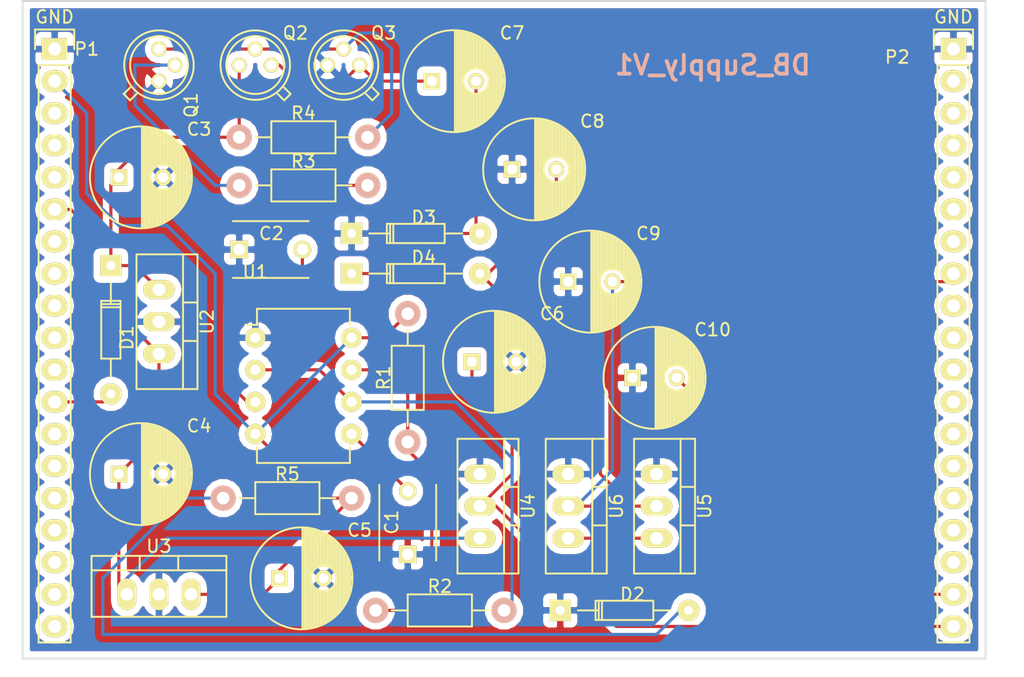
<source format=kicad_pcb>
(kicad_pcb (version 4) (host pcbnew 4.0.3+e1-6302~38~ubuntu16.04.1-stable)
  (layers (0 F.Cu signal) (31 B.Cu signal) (34 B.Paste user) (35 F.Paste user) (36 B.SilkS user) (37 F.SilkS user) (38 B.Mask user) (39 F.Mask user) (44 Edge.Cuts user))
  (net 0 "")
  (net 1 GND)
  (net 2 "Net-(C1-Pad2)")
  (net 3 "Net-(C2-Pad2)")
  (net 4 "Net-(C3-Pad1)")
  (net 5 "Net-(C4-Pad1)")
  (net 6 VCC)
  (net 7 "Net-(C6-Pad1)")
  (net 8 "Net-(C7-Pad2)")
  (net 9 "Net-(C7-Pad1)")
  (net 10 "Net-(C8-Pad2)")
  (net 11 "Net-(C9-Pad2)")
  (net 12 "Net-(C10-Pad2)")
  (net 13 "Net-(D1-Pad2)")
  (net 14 "Net-(D2-Pad2)")
  (net 15 "Net-(P1-Pad3)")
  (net 16 "Net-(P1-Pad4)")
  (net 17 "Net-(P1-Pad5)")
  (net 18 "Net-(P1-Pad7)")
  (net 19 "Net-(P1-Pad8)")
  (net 20 "Net-(P1-Pad9)")
  (net 21 "Net-(P1-Pad10)")
  (net 22 "Net-(P1-Pad11)")
  (net 23 "Net-(P1-Pad13)")
  (net 24 "Net-(P1-Pad14)")
  (net 25 "Net-(P1-Pad15)")
  (net 26 "Net-(P1-Pad16)")
  (net 27 "Net-(P1-Pad17)")
  (net 28 "Net-(P1-Pad18)")
  (net 29 "Net-(P1-Pad19)")
  (net 30 "Net-(P2-Pad2)")
  (net 31 "Net-(P2-Pad3)")
  (net 32 "Net-(P2-Pad4)")
  (net 33 "Net-(P2-Pad5)")
  (net 34 "Net-(P2-Pad6)")
  (net 35 "Net-(P2-Pad7)")
  (net 36 "Net-(P2-Pad9)")
  (net 37 "Net-(P2-Pad10)")
  (net 38 "Net-(P2-Pad11)")
  (net 39 "Net-(P2-Pad12)")
  (net 40 "Net-(P2-Pad13)")
  (net 41 "Net-(P2-Pad14)")
  (net 42 "Net-(P2-Pad15)")
  (net 43 "Net-(P2-Pad16)")
  (net 44 "Net-(P2-Pad17)")
  (net 45 "Net-(Q1-Pad2)")
  (net 46 "Net-(Q1-Pad3)")
  (net 47 "Net-(R1-Pad1)")
  (net 48 "Net-(R3-Pad2)")
  (module Echopen:C_TH_common (layer F.Cu) (at 60.96 84.455 90)
    (fp_text reference C1 (at 2.54 -1.27 90) (layer F.SilkS))
    (fp_text value 10n)
    (pad 1 thru_hole rect (at 0 0 90) (size 1.4 1.4) (drill 0.9) (layers *.Cu *.Mask F.SilkS) (net 1 GND))
    (pad 2 thru_hole circle (at 5 0 90) (size 1.4 1.4) (drill 0.9) (layers *.Cu *.Mask F.SilkS) (net 2 "Net-(C1-Pad2)"))
  )
  (module Echopen:C_TH_common (layer F.Cu) (at 47.625 60.325)
    (fp_text reference C2 (at 2.54 -1.27) (layer F.SilkS))
    (fp_text value 47n)
    (pad 1 thru_hole rect (at 0 0) (size 1.4 1.4) (drill 0.9) (layers *.Cu *.Mask F.SilkS) (net 1 GND))
    (pad 2 thru_hole circle (at 5 0) (size 1.4 1.4) (drill 0.9) (layers *.Cu *.Mask F.SilkS) (net 3 "Net-(C2-Pad2)"))
  )
  (module Echopen:CP_TH_common (layer F.Cu) (at 38.1 54.61)
    (fp_text reference C3 (at 6.35 -3.81) (layer F.SilkS))
    (fp_text value 220u)
    (pad 2 thru_hole circle (at 3.5 0) (size 1.3 1.3) (drill 0.8) (layers *.Cu *.Mask F.SilkS) (net 1 GND))
    (pad 1 thru_hole rect (at 0 0) (size 1.3 1.3) (drill 0.8) (layers *.Cu *.Mask F.SilkS) (net 4 "Net-(C3-Pad1)"))
  )
  (module Echopen:CP_TH_common (layer F.Cu) (at 38.1 78.105)
    (fp_text reference C4 (at 6.35 -3.81) (layer F.SilkS))
    (fp_text value 47u)
    (pad 2 thru_hole circle (at 3.5 0) (size 1.3 1.3) (drill 0.8) (layers *.Cu *.Mask F.SilkS) (net 1 GND))
    (pad 1 thru_hole rect (at 0 0) (size 1.3 1.3) (drill 0.8) (layers *.Cu *.Mask F.SilkS) (net 5 "Net-(C4-Pad1)"))
  )
  (module Echopen:CP_TH_common (layer F.Cu) (at 50.8 86.36)
    (fp_text reference C5 (at 6.35 -3.81) (layer F.SilkS))
    (fp_text value 47u)
    (pad 2 thru_hole circle (at 3.5 0) (size 1.3 1.3) (drill 0.8) (layers *.Cu *.Mask F.SilkS) (net 1 GND))
    (pad 1 thru_hole rect (at 0 0) (size 1.3 1.3) (drill 0.8) (layers *.Cu *.Mask F.SilkS) (net 6 VCC))
  )
  (module Echopen:CP_TH_common (layer F.Cu) (at 66.04 69.215)
    (fp_text reference C6 (at 6.35 -3.81) (layer F.SilkS))
    (fp_text value 47u)
    (pad 2 thru_hole circle (at 3.5 0) (size 1.3 1.3) (drill 0.8) (layers *.Cu *.Mask F.SilkS) (net 1 GND))
    (pad 1 thru_hole rect (at 0 0) (size 1.3 1.3) (drill 0.8) (layers *.Cu *.Mask F.SilkS) (net 7 "Net-(C6-Pad1)"))
  )
  (module Echopen:CP_TH_common (layer F.Cu) (at 62.865 46.99)
    (fp_text reference C7 (at 6.35 -3.81) (layer F.SilkS))
    (fp_text value 47u)
    (pad 2 thru_hole circle (at 3.5 0) (size 1.3 1.3) (drill 0.8) (layers *.Cu *.Mask F.SilkS) (net 8 "Net-(C7-Pad2)"))
    (pad 1 thru_hole rect (at 0 0) (size 1.3 1.3) (drill 0.8) (layers *.Cu *.Mask F.SilkS) (net 9 "Net-(C7-Pad1)"))
  )
  (module Echopen:CP_TH_common (layer F.Cu) (at 69.215 53.975)
    (fp_text reference C8 (at 6.35 -3.81) (layer F.SilkS))
    (fp_text value 47u)
    (pad 2 thru_hole circle (at 3.5 0) (size 1.3 1.3) (drill 0.8) (layers *.Cu *.Mask F.SilkS) (net 10 "Net-(C8-Pad2)"))
    (pad 1 thru_hole rect (at 0 0) (size 1.3 1.3) (drill 0.8) (layers *.Cu *.Mask F.SilkS) (net 1 GND))
  )
  (module Echopen:CP_TH_common (layer F.Cu) (at 73.66 62.865)
    (fp_text reference C9 (at 6.35 -3.81) (layer F.SilkS))
    (fp_text value 47u)
    (pad 2 thru_hole circle (at 3.5 0) (size 1.3 1.3) (drill 0.8) (layers *.Cu *.Mask F.SilkS) (net 11 "Net-(C9-Pad2)"))
    (pad 1 thru_hole rect (at 0 0) (size 1.3 1.3) (drill 0.8) (layers *.Cu *.Mask F.SilkS) (net 1 GND))
  )
  (module Echopen:CP_TH_common (layer F.Cu) (at 78.74 70.485)
    (fp_text reference C10 (at 6.35 -3.81) (layer F.SilkS))
    (fp_text value 47u)
    (pad 2 thru_hole circle (at 3.5 0) (size 1.3 1.3) (drill 0.8) (layers *.Cu *.Mask F.SilkS) (net 12 "Net-(C10-Pad2)"))
    (pad 1 thru_hole rect (at 0 0) (size 1.3 1.3) (drill 0.8) (layers *.Cu *.Mask F.SilkS) (net 1 GND))
  )
  (module Echopen:D_TH_common (layer F.Cu) (at 37.465 61.595 270)
    (fp_text reference D1 (at 5.715 -1.27 270) (layer F.SilkS))
    (fp_text value 1N4001)
    (pad 2 thru_hole circle (at 10.16052 -0.00254 90) (size 1.69926 1.69926) (drill 0.70104) (layers *.Cu *.Mask F.SilkS) (net 13 "Net-(D1-Pad2)"))
    (pad 1 thru_hole rect (at 0.00052 -0.00254 90) (size 1.69926 1.69926) (drill 0.70104) (layers *.Cu *.Mask F.SilkS) (net 4 "Net-(C3-Pad1)"))
  )
  (module Echopen:D_TH_common (layer F.Cu) (at 73.025 88.9)
    (fp_text reference D2 (at 5.715 -1.27) (layer F.SilkS))
    (fp_text value LED)
    (pad 2 thru_hole circle (at 10.16052 -0.00254 180) (size 1.69926 1.69926) (drill 0.70104) (layers *.Cu *.Mask F.SilkS) (net 14 "Net-(D2-Pad2)"))
    (pad 1 thru_hole rect (at 0.00052 -0.00254 180) (size 1.69926 1.69926) (drill 0.70104) (layers *.Cu *.Mask F.SilkS) (net 1 GND))
  )
  (module Echopen:D_TH_common (layer F.Cu) (at 56.515 59.055)
    (fp_text reference D3 (at 5.715 -1.27) (layer F.SilkS))
    (fp_text value 1N4001)
    (pad 2 thru_hole circle (at 10.16052 -0.00254 180) (size 1.69926 1.69926) (drill 0.70104) (layers *.Cu *.Mask F.SilkS) (net 8 "Net-(C7-Pad2)"))
    (pad 1 thru_hole rect (at 0.00052 -0.00254 180) (size 1.69926 1.69926) (drill 0.70104) (layers *.Cu *.Mask F.SilkS) (net 1 GND))
  )
  (module Echopen:D_TH_common (layer F.Cu) (at 56.515 62.23)
    (fp_text reference D4 (at 5.715 -1.27) (layer F.SilkS))
    (fp_text value 1N4001)
    (pad 2 thru_hole circle (at 10.16052 -0.00254 180) (size 1.69926 1.69926) (drill 0.70104) (layers *.Cu *.Mask F.SilkS) (net 10 "Net-(C8-Pad2)"))
    (pad 1 thru_hole rect (at 0.00052 -0.00254 180) (size 1.69926 1.69926) (drill 0.70104) (layers *.Cu *.Mask F.SilkS) (net 8 "Net-(C7-Pad2)"))
  )
  (module Echopen:TO-18_TH_common (layer F.Cu) (at 41.275 45.72 270)
    (fp_text reference Q1 (at 3.175 -2.54 270) (layer F.SilkS))
    (fp_text value 2N2222)
    (pad 1 thru_hole circle (at 1.27 0 270) (size 1.2 1.2) (drill 0.8) (layers *.Cu *.Mask F.SilkS) (net 1 GND))
    (pad 2 thru_hole circle (at 0 -1.27 270) (size 1.2 1.2) (drill 0.8) (layers *.Cu *.Mask F.SilkS) (net 45 "Net-(Q1-Pad2)"))
    (pad 3 thru_hole circle (at -1.27 0 270) (size 1.2 1.2) (drill 0.8) (layers *.Cu *.Mask F.SilkS) (net 46 "Net-(Q1-Pad3)"))
  )
  (module Echopen:TO-18_TH_common (layer F.Cu) (at 48.895 45.72)
    (fp_text reference Q2 (at 3.175 -2.54) (layer F.SilkS))
    (fp_text value 2N2222)
    (pad 1 thru_hole circle (at 1.27 0) (size 1.2 1.2) (drill 0.8) (layers *.Cu *.Mask F.SilkS) (net 9 "Net-(C7-Pad1)"))
    (pad 2 thru_hole circle (at 0 -1.27) (size 1.2 1.2) (drill 0.8) (layers *.Cu *.Mask F.SilkS) (net 46 "Net-(Q1-Pad3)"))
    (pad 3 thru_hole circle (at -1.27 0) (size 1.2 1.2) (drill 0.8) (layers *.Cu *.Mask F.SilkS) (net 4 "Net-(C3-Pad1)"))
  )
  (module Echopen:TO-18_TH_common (layer F.Cu) (at 55.88 45.72)
    (fp_text reference Q3 (at 3.175 -2.54) (layer F.SilkS))
    (fp_text value 2N2907)
    (pad 1 thru_hole circle (at 1.27 0) (size 1.2 1.2) (drill 0.8) (layers *.Cu *.Mask F.SilkS) (net 9 "Net-(C7-Pad1)"))
    (pad 2 thru_hole circle (at 0 -1.27) (size 1.2 1.2) (drill 0.8) (layers *.Cu *.Mask F.SilkS) (net 46 "Net-(Q1-Pad3)"))
    (pad 3 thru_hole circle (at -1.27 0) (size 1.2 1.2) (drill 0.8) (layers *.Cu *.Mask F.SilkS) (net 1 GND))
  )
  (module Echopen:Resistor_TH_common (layer F.Cu) (at 60.96 75.565 90)
    (fp_text reference R1 (at 5.08 -1.905 90) (layer F.SilkS))
    (fp_text value 2.2k)
    (pad 1 thru_hole circle (at 0 0 90) (size 1.99898 1.99898) (drill 1.00076) (layers *.Cu *.SilkS *.Mask) (net 47 "Net-(R1-Pad1)"))
    (pad 2 thru_hole circle (at 10.16 0 90) (size 1.99898 1.99898) (drill 1.00076) (layers *.Cu *.SilkS *.Mask) (net 6 VCC))
  )
  (module Echopen:Resistor_TH_common (layer F.Cu) (at 58.42 88.9)
    (fp_text reference R2 (at 5.08 -1.905) (layer F.SilkS))
    (fp_text value 12k)
    (pad 1 thru_hole circle (at 0 0) (size 1.99898 1.99898) (drill 1.00076) (layers *.Cu *.SilkS *.Mask) (net 47 "Net-(R1-Pad1)"))
    (pad 2 thru_hole circle (at 10.16 0) (size 1.99898 1.99898) (drill 1.00076) (layers *.Cu *.SilkS *.Mask) (net 3 "Net-(C2-Pad2)"))
  )
  (module Echopen:Resistor_TH_common (layer F.Cu) (at 47.625 55.245)
    (fp_text reference R3 (at 5.08 -1.905) (layer F.SilkS))
    (fp_text value 3.3k)
    (pad 1 thru_hole circle (at 0 0) (size 1.99898 1.99898) (drill 1.00076) (layers *.Cu *.SilkS *.Mask) (net 45 "Net-(Q1-Pad2)"))
    (pad 2 thru_hole circle (at 10.16 0) (size 1.99898 1.99898) (drill 1.00076) (layers *.Cu *.SilkS *.Mask) (net 48 "Net-(R3-Pad2)"))
  )
  (module Echopen:Resistor_TH_common (layer F.Cu) (at 47.625 51.435)
    (fp_text reference R4 (at 5.08 -1.905) (layer F.SilkS))
    (fp_text value 1.8k)
    (pad 1 thru_hole circle (at 0 0) (size 1.99898 1.99898) (drill 1.00076) (layers *.Cu *.SilkS *.Mask) (net 4 "Net-(C3-Pad1)"))
    (pad 2 thru_hole circle (at 10.16 0) (size 1.99898 1.99898) (drill 1.00076) (layers *.Cu *.SilkS *.Mask) (net 46 "Net-(Q1-Pad3)"))
  )
  (module Echopen:Resistor_TH_common (layer F.Cu) (at 46.355 80.01)
    (fp_text reference R5 (at 5.08 -1.905) (layer F.SilkS))
    (fp_text value 270)
    (pad 1 thru_hole circle (at 0 0) (size 1.99898 1.99898) (drill 1.00076) (layers *.Cu *.SilkS *.Mask) (net 14 "Net-(D2-Pad2)"))
    (pad 2 thru_hole circle (at 10.16 0) (size 1.99898 1.99898) (drill 1.00076) (layers *.Cu *.SilkS *.Mask) (net 6 VCC))
  )
  (module Housings_DIP:DIP-8_W7.62mm (layer F.Cu) (at 48.895 67.31)
    (fp_text reference U1 (at 0 -5.22) (layer F.SilkS))
    (fp_text value LM555N)
    (pad 1 thru_hole oval (at 0 0) (size 1.6 1.6) (drill 0.8) (layers *.Cu *.Mask F.SilkS) (net 1 GND))
    (pad 2 thru_hole oval (at 0 2.54) (size 1.6 1.6) (drill 0.8) (layers *.Cu *.Mask F.SilkS) (net 3 "Net-(C2-Pad2)"))
    (pad 3 thru_hole oval (at 0 5.08) (size 1.6 1.6) (drill 0.8) (layers *.Cu *.Mask F.SilkS) (net 48 "Net-(R3-Pad2)"))
    (pad 4 thru_hole oval (at 0 7.62) (size 1.6 1.6) (drill 0.8) (layers *.Cu *.Mask F.SilkS) (net 6 VCC))
    (pad 5 thru_hole oval (at 7.62 7.62) (size 1.6 1.6) (drill 0.8) (layers *.Cu *.Mask F.SilkS) (net 2 "Net-(C1-Pad2)"))
    (pad 6 thru_hole oval (at 7.62 5.08) (size 1.6 1.6) (drill 0.8) (layers *.Cu *.Mask F.SilkS) (net 3 "Net-(C2-Pad2)"))
    (pad 7 thru_hole oval (at 7.62 2.54) (size 1.6 1.6) (drill 0.8) (layers *.Cu *.Mask F.SilkS) (net 47 "Net-(R1-Pad1)"))
    (pad 8 thru_hole oval (at 7.62 0) (size 1.6 1.6) (drill 0.8) (layers *.Cu *.Mask F.SilkS) (net 6 VCC))
  )
  (module Echopen:TO-220_TH_common (layer F.Cu) (at 41.275 66.04 270)
    (fp_text reference U2 (at 0 -3.81 270) (layer F.SilkS))
    (fp_text value LM2940T-12.0/NOPB)
    (pad 2 thru_hole oval (at 0 0) (size 2.49936 1.50114) (drill 1.00076) (layers *.Cu *.Mask F.SilkS) (net 1 GND))
    (pad 1 thru_hole oval (at -2.54 0) (size 2.49936 1.50114) (drill 1.00076) (layers *.Cu *.Mask F.SilkS) (net 4 "Net-(C3-Pad1)"))
    (pad 3 thru_hole oval (at 2.54 0) (size 2.49936 1.50114) (drill 1.00076) (layers *.Cu *.Mask F.SilkS) (net 5 "Net-(C4-Pad1)"))
  )
  (module Echopen:TO-220_TH_common (layer F.Cu) (at 41.275 87.63)
    (fp_text reference U3 (at 0 -3.81) (layer F.SilkS))
    (fp_text value LM2940T-5.0/NOPB)
    (pad 2 thru_hole oval (at 0 0 90) (size 2.49936 1.50114) (drill 1.00076) (layers *.Cu *.Mask F.SilkS) (net 1 GND))
    (pad 1 thru_hole oval (at -2.54 0 90) (size 2.49936 1.50114) (drill 1.00076) (layers *.Cu *.Mask F.SilkS) (net 5 "Net-(C4-Pad1)"))
    (pad 3 thru_hole oval (at 2.54 0 90) (size 2.49936 1.50114) (drill 1.00076) (layers *.Cu *.Mask F.SilkS) (net 6 VCC))
  )
  (module Echopen:TO-220_TH_common (layer F.Cu) (at 66.675 80.645 270)
    (fp_text reference U4 (at 0 -3.81 270) (layer F.SilkS))
    (fp_text value LM1117T-3.3/NOPB)
    (pad 2 thru_hole oval (at 0 0) (size 2.49936 1.50114) (drill 1.00076) (layers *.Cu *.Mask F.SilkS) (net 7 "Net-(C6-Pad1)"))
    (pad 1 thru_hole oval (at -2.54 0) (size 2.49936 1.50114) (drill 1.00076) (layers *.Cu *.Mask F.SilkS) (net 1 GND))
    (pad 3 thru_hole oval (at 2.54 0) (size 2.49936 1.50114) (drill 1.00076) (layers *.Cu *.Mask F.SilkS) (net 5 "Net-(C4-Pad1)"))
  )
  (module Echopen:TO-220_TH_common (layer F.Cu) (at 80.645 80.645 270)
    (fp_text reference U5 (at 0 -3.81 270) (layer F.SilkS))
    (fp_text value LM2990T-12.0/NOPB)
    (pad 2 thru_hole oval (at 0 0) (size 2.49936 1.50114) (drill 1.00076) (layers *.Cu *.Mask F.SilkS) (net 10 "Net-(C8-Pad2)"))
    (pad 1 thru_hole oval (at -2.54 0) (size 2.49936 1.50114) (drill 1.00076) (layers *.Cu *.Mask F.SilkS) (net 1 GND))
    (pad 3 thru_hole oval (at 2.54 0) (size 2.49936 1.50114) (drill 1.00076) (layers *.Cu *.Mask F.SilkS) (net 11 "Net-(C9-Pad2)"))
  )
  (module Echopen:TO-220_TH_common (layer F.Cu) (at 73.66 80.645 270)
    (fp_text reference U6 (at 0 -3.81 270) (layer F.SilkS))
    (fp_text value LM2990T-5.0/NOPB)
    (pad 2 thru_hole oval (at 0 0) (size 2.49936 1.50114) (drill 1.00076) (layers *.Cu *.Mask F.SilkS) (net 11 "Net-(C9-Pad2)"))
    (pad 1 thru_hole oval (at -2.54 0) (size 2.49936 1.50114) (drill 1.00076) (layers *.Cu *.Mask F.SilkS) (net 1 GND))
    (pad 3 thru_hole oval (at 2.54 0) (size 2.49936 1.50114) (drill 1.00076) (layers *.Cu *.Mask F.SilkS) (net 12 "Net-(C10-Pad2)"))
  )
  (module Echopen:Header_1x19 (layer F.Cu) (at 104.14 67.31)
    (fp_text reference P2 (at -4.445 -22.225) (layer F.SilkS))
    (fp_text value CONN_01X19)
    (fp_text user GND (at 0 -25.4) (layer F.SilkS))
    (pad 1 thru_hole rect (at 0 -22.86 270) (size 1.7272 2.032) (drill 1.016) (layers *.Cu *.Mask F.SilkS) (net 1 GND))
    (pad 2 thru_hole oval (at 0 -20.32 270) (size 1.7272 2.032) (drill 1.016) (layers *.Cu *.Mask F.SilkS) (net 30 "Net-(P2-Pad2)"))
    (pad 3 thru_hole oval (at 0 -17.78 270) (size 1.7272 2.032) (drill 1.016) (layers *.Cu *.Mask F.SilkS) (net 31 "Net-(P2-Pad3)"))
    (pad 4 thru_hole oval (at 0 -15.24 270) (size 1.7272 2.032) (drill 1.016) (layers *.Cu *.Mask F.SilkS) (net 32 "Net-(P2-Pad4)"))
    (pad 5 thru_hole oval (at 0 -12.7 270) (size 1.7272 2.032) (drill 1.016) (layers *.Cu *.Mask F.SilkS) (net 33 "Net-(P2-Pad5)"))
    (pad 6 thru_hole oval (at 0 -10.16 270) (size 1.7272 2.032) (drill 1.016) (layers *.Cu *.Mask F.SilkS) (net 34 "Net-(P2-Pad6)"))
    (pad 7 thru_hole oval (at 0 -7.62 270) (size 1.7272 2.032) (drill 1.016) (layers *.Cu *.Mask F.SilkS) (net 35 "Net-(P2-Pad7)"))
    (pad 8 thru_hole oval (at 0 -5.08 270) (size 1.7272 2.032) (drill 1.016) (layers *.Cu *.Mask F.SilkS) (net 11 "Net-(C9-Pad2)"))
    (pad 9 thru_hole oval (at 0 -2.54 270) (size 1.7272 2.032) (drill 1.016) (layers *.Cu *.Mask F.SilkS) (net 36 "Net-(P2-Pad9)"))
    (pad 10 thru_hole oval (at 0 0 270) (size 1.7272 2.032) (drill 1.016) (layers *.Cu *.Mask F.SilkS) (net 37 "Net-(P2-Pad10)"))
    (pad 11 thru_hole oval (at 0 2.54 270) (size 1.7272 2.032) (drill 1.016) (layers *.Cu *.Mask F.SilkS) (net 38 "Net-(P2-Pad11)"))
    (pad 12 thru_hole oval (at 0 5.08 270) (size 1.7272 2.032) (drill 1.016) (layers *.Cu *.Mask F.SilkS) (net 39 "Net-(P2-Pad12)"))
    (pad 13 thru_hole oval (at 0 7.62 270) (size 1.7272 2.032) (drill 1.016) (layers *.Cu *.Mask F.SilkS) (net 40 "Net-(P2-Pad13)"))
    (pad 14 thru_hole oval (at 0 10.16 270) (size 1.7272 2.032) (drill 1.016) (layers *.Cu *.Mask F.SilkS) (net 41 "Net-(P2-Pad14)"))
    (pad 15 thru_hole oval (at 0 12.7 270) (size 1.7272 2.032) (drill 1.016) (layers *.Cu *.Mask F.SilkS) (net 42 "Net-(P2-Pad15)"))
    (pad 16 thru_hole oval (at 0 15.24 270) (size 1.7272 2.032) (drill 1.016) (layers *.Cu *.Mask F.SilkS) (net 43 "Net-(P2-Pad16)"))
    (pad 17 thru_hole oval (at 0 17.78 270) (size 1.7272 2.032) (drill 1.016) (layers *.Cu *.Mask F.SilkS) (net 44 "Net-(P2-Pad17)"))
    (pad 18 thru_hole oval (at 0 20.32 270) (size 1.7272 2.032) (drill 1.016) (layers *.Cu *.Mask F.SilkS) (net 12 "Net-(C10-Pad2)"))
    (pad 19 thru_hole oval (at 0 22.86 270) (size 1.7272 2.032) (drill 1.016) (layers *.Cu *.Mask F.SilkS) (net 7 "Net-(C6-Pad1)"))
  )
  (module Echopen:Header_1x19 (layer F.Cu) (at 33.02 67.31)
    (fp_text reference P1 (at 2.54 -22.86) (layer F.SilkS))
    (fp_text value CONN_01X19)
    (fp_text user GND (at 0 -25.4) (layer F.SilkS))
    (pad 1 thru_hole rect (at 0 -22.86 270) (size 1.7272 2.032) (drill 1.016) (layers *.Cu *.Mask F.SilkS) (net 1 GND))
    (pad 2 thru_hole oval (at 0 -20.32 270) (size 1.7272 2.032) (drill 1.016) (layers *.Cu *.Mask F.SilkS) (net 6 VCC))
    (pad 3 thru_hole oval (at 0 -17.78 270) (size 1.7272 2.032) (drill 1.016) (layers *.Cu *.Mask F.SilkS) (net 15 "Net-(P1-Pad3)"))
    (pad 4 thru_hole oval (at 0 -15.24 270) (size 1.7272 2.032) (drill 1.016) (layers *.Cu *.Mask F.SilkS) (net 16 "Net-(P1-Pad4)"))
    (pad 5 thru_hole oval (at 0 -12.7 270) (size 1.7272 2.032) (drill 1.016) (layers *.Cu *.Mask F.SilkS) (net 17 "Net-(P1-Pad5)"))
    (pad 6 thru_hole oval (at 0 -10.16 270) (size 1.7272 2.032) (drill 1.016) (layers *.Cu *.Mask F.SilkS) (net 5 "Net-(C4-Pad1)"))
    (pad 7 thru_hole oval (at 0 -7.62 270) (size 1.7272 2.032) (drill 1.016) (layers *.Cu *.Mask F.SilkS) (net 18 "Net-(P1-Pad7)"))
    (pad 8 thru_hole oval (at 0 -5.08 270) (size 1.7272 2.032) (drill 1.016) (layers *.Cu *.Mask F.SilkS) (net 19 "Net-(P1-Pad8)"))
    (pad 9 thru_hole oval (at 0 -2.54 270) (size 1.7272 2.032) (drill 1.016) (layers *.Cu *.Mask F.SilkS) (net 20 "Net-(P1-Pad9)"))
    (pad 10 thru_hole oval (at 0 0 270) (size 1.7272 2.032) (drill 1.016) (layers *.Cu *.Mask F.SilkS) (net 21 "Net-(P1-Pad10)"))
    (pad 11 thru_hole oval (at 0 2.54 270) (size 1.7272 2.032) (drill 1.016) (layers *.Cu *.Mask F.SilkS) (net 22 "Net-(P1-Pad11)"))
    (pad 12 thru_hole oval (at 0 5.08 270) (size 1.7272 2.032) (drill 1.016) (layers *.Cu *.Mask F.SilkS) (net 13 "Net-(D1-Pad2)"))
    (pad 13 thru_hole oval (at 0 7.62 270) (size 1.7272 2.032) (drill 1.016) (layers *.Cu *.Mask F.SilkS) (net 23 "Net-(P1-Pad13)"))
    (pad 14 thru_hole oval (at 0 10.16 270) (size 1.7272 2.032) (drill 1.016) (layers *.Cu *.Mask F.SilkS) (net 24 "Net-(P1-Pad14)"))
    (pad 15 thru_hole oval (at 0 12.7 270) (size 1.7272 2.032) (drill 1.016) (layers *.Cu *.Mask F.SilkS) (net 25 "Net-(P1-Pad15)"))
    (pad 16 thru_hole oval (at 0 15.24 270) (size 1.7272 2.032) (drill 1.016) (layers *.Cu *.Mask F.SilkS) (net 26 "Net-(P1-Pad16)"))
    (pad 17 thru_hole oval (at 0 17.78 270) (size 1.7272 2.032) (drill 1.016) (layers *.Cu *.Mask F.SilkS) (net 27 "Net-(P1-Pad17)"))
    (pad 18 thru_hole oval (at 0 20.32 270) (size 1.7272 2.032) (drill 1.016) (layers *.Cu *.Mask F.SilkS) (net 28 "Net-(P1-Pad18)"))
    (pad 19 thru_hole oval (at 0 22.86 270) (size 1.7272 2.032) (drill 1.016) (layers *.Cu *.Mask F.SilkS) (net 29 "Net-(P1-Pad19)"))
  )
  (gr_text DB_Supply_V1 (at 85.09 45.72) (layer B.SilkS) (effects (font (size 1.5 1.5) (thickness 0.3)) (justify mirror)))
  (gr_line (start 106.68 92.71) (end 30.48 92.71) (angle 90) (layer Edge.Cuts) (width 0.15))
  (gr_line (start 106.68 40.64) (end 106.68 92.71) (angle 90) (layer Edge.Cuts) (width 0.15))
  (gr_line (start 30.48 40.64) (end 106.68 40.64) (angle 90) (layer Edge.Cuts) (width 0.15))
  (gr_line (start 30.48 40.64) (end 30.48 92.71) (angle 90) (layer Edge.Cuts) (width 0.15))
  (segment (start 60.96 79.455) (end 60.96 79.375) (width 0.25) (layer F.Cu) (net 2))
  (segment (start 60.96 79.375) (end 56.515 74.93) (width 0.25) (layer F.Cu) (net 2))
  (segment (start 56.515 72.39) (end 64.77 72.39) (width 0.25) (layer B.Cu) (net 3))
  (segment (start 69.215 76.835) (end 69.215 88.265) (width 0.25) (layer B.Cu) (net 3))
  (segment (start 64.77 72.39) (end 69.215 76.835) (width 0.25) (layer B.Cu) (net 3))
  (segment (start 69.215 88.265) (end 68.58 88.9) (width 0.25) (layer B.Cu) (net 3))
  (segment (start 52.625 60.325) (end 52.625 69.85) (width 0.25) (layer F.Cu) (net 3))
  (segment (start 52.625 69.85) (end 52.705 69.85) (width 0.25) (layer F.Cu) (net 3))
  (segment (start 48.895 69.85) (end 52.705 69.85) (width 0.25) (layer F.Cu) (net 3))
  (segment (start 52.705 69.85) (end 53.975 69.85) (width 0.25) (layer F.Cu) (net 3))
  (segment (start 53.975 69.85) (end 56.515 72.39) (width 0.25) (layer F.Cu) (net 3))
  (segment (start 47.625 51.435) (end 47.625 45.72) (width 0.25) (layer F.Cu) (net 4))
  (segment (start 38.1 54.61) (end 38.1 53.975) (width 0.25) (layer F.Cu) (net 4))
  (segment (start 38.1 53.975) (end 40.64 51.435) (width 0.25) (layer F.Cu) (net 4))
  (segment (start 40.64 51.435) (end 47.625 51.435) (width 0.25) (layer F.Cu) (net 4))
  (segment (start 37.46754 61.59552) (end 37.46754 55.24246) (width 0.25) (layer F.Cu) (net 4))
  (segment (start 37.46754 55.24246) (end 38.1 54.61) (width 0.25) (layer F.Cu) (net 4))
  (segment (start 37.46754 61.59552) (end 39.37052 61.59552) (width 0.25) (layer F.Cu) (net 4))
  (segment (start 39.37052 61.59552) (end 41.275 63.5) (width 0.25) (layer F.Cu) (net 4))
  (segment (start 33.02 57.15) (end 34.29 57.15) (width 0.25) (layer F.Cu) (net 5))
  (segment (start 35.56 62.865) (end 41.275 68.58) (width 0.25) (layer F.Cu) (net 5))
  (segment (start 35.56 58.42) (end 35.56 62.865) (width 0.25) (layer F.Cu) (net 5))
  (segment (start 34.29 57.15) (end 35.56 58.42) (width 0.25) (layer F.Cu) (net 5))
  (segment (start 38.735 87.63) (end 38.735 86.36) (width 0.25) (layer B.Cu) (net 5))
  (segment (start 41.91 83.185) (end 66.675 83.185) (width 0.25) (layer B.Cu) (net 5))
  (segment (start 38.735 86.36) (end 41.91 83.185) (width 0.25) (layer B.Cu) (net 5))
  (segment (start 38.1 78.105) (end 38.1 86.995) (width 0.25) (layer F.Cu) (net 5))
  (segment (start 38.1 86.995) (end 38.735 87.63) (width 0.25) (layer F.Cu) (net 5))
  (segment (start 41.275 68.58) (end 41.275 74.93) (width 0.25) (layer F.Cu) (net 5))
  (segment (start 41.275 74.93) (end 38.1 78.105) (width 0.25) (layer F.Cu) (net 5))
  (segment (start 33.02 46.99) (end 35.56 49.53) (width 0.25) (layer B.Cu) (net 6))
  (segment (start 45.72 71.755) (end 48.895 74.93) (width 0.25) (layer B.Cu) (net 6))
  (segment (start 45.72 62.23) (end 45.72 71.755) (width 0.25) (layer B.Cu) (net 6))
  (segment (start 41.91 58.42) (end 45.72 62.23) (width 0.25) (layer B.Cu) (net 6))
  (segment (start 38.1 58.42) (end 41.91 58.42) (width 0.25) (layer B.Cu) (net 6))
  (segment (start 35.56 55.88) (end 38.1 58.42) (width 0.25) (layer B.Cu) (net 6))
  (segment (start 35.56 53.34) (end 35.56 55.88) (width 0.25) (layer B.Cu) (net 6))
  (segment (start 35.56 49.53) (end 35.56 53.34) (width 0.25) (layer B.Cu) (net 6))
  (segment (start 50.8 86.36) (end 50.8 85.725) (width 0.25) (layer F.Cu) (net 6))
  (segment (start 50.8 85.725) (end 56.515 80.01) (width 0.25) (layer F.Cu) (net 6))
  (segment (start 56.515 67.31) (end 48.895 74.93) (width 0.25) (layer B.Cu) (net 6))
  (segment (start 56.515 67.31) (end 59.055 67.31) (width 0.25) (layer F.Cu) (net 6))
  (segment (start 59.055 67.31) (end 60.96 65.405) (width 0.25) (layer F.Cu) (net 6))
  (segment (start 56.515 80.01) (end 53.975 80.01) (width 0.25) (layer F.Cu) (net 6))
  (segment (start 53.975 80.01) (end 48.895 74.93) (width 0.25) (layer F.Cu) (net 6))
  (segment (start 43.815 87.63) (end 49.53 87.63) (width 0.25) (layer F.Cu) (net 6))
  (segment (start 49.53 87.63) (end 50.8 86.36) (width 0.25) (layer F.Cu) (net 6))
  (segment (start 66.675 80.645) (end 67.945 80.645) (width 0.25) (layer F.Cu) (net 7))
  (segment (start 77.47 90.17) (end 104.14 90.17) (width 0.25) (layer F.Cu) (net 7))
  (segment (start 67.945 80.645) (end 77.47 90.17) (width 0.25) (layer F.Cu) (net 7))
  (segment (start 66.675 80.645) (end 69.215 78.105) (width 0.25) (layer F.Cu) (net 7))
  (segment (start 66.04 71.12) (end 66.04 69.215) (width 0.25) (layer F.Cu) (net 7))
  (segment (start 69.215 74.295) (end 66.04 71.12) (width 0.25) (layer F.Cu) (net 7))
  (segment (start 69.215 78.105) (end 69.215 74.295) (width 0.25) (layer F.Cu) (net 7))
  (segment (start 56.51552 62.22746) (end 60.32754 62.22746) (width 0.25) (layer F.Cu) (net 8))
  (segment (start 63.50254 59.05246) (end 66.67552 59.05246) (width 0.25) (layer F.Cu) (net 8))
  (segment (start 60.32754 62.22746) (end 63.50254 59.05246) (width 0.25) (layer F.Cu) (net 8))
  (segment (start 66.365 46.99) (end 66.365 58.74194) (width 0.25) (layer F.Cu) (net 8))
  (segment (start 66.365 58.74194) (end 66.67552 59.05246) (width 0.25) (layer F.Cu) (net 8))
  (segment (start 50.165 45.72) (end 50.8 45.72) (width 0.25) (layer F.Cu) (net 9))
  (segment (start 55.88 46.99) (end 57.15 45.72) (width 0.25) (layer F.Cu) (net 9))
  (segment (start 52.07 46.99) (end 55.88 46.99) (width 0.25) (layer F.Cu) (net 9))
  (segment (start 50.8 45.72) (end 52.07 46.99) (width 0.25) (layer F.Cu) (net 9))
  (segment (start 62.865 46.99) (end 58.42 46.99) (width 0.25) (layer F.Cu) (net 9))
  (segment (start 58.42 46.99) (end 57.15 45.72) (width 0.25) (layer F.Cu) (net 9))
  (segment (start 80.645 80.645) (end 78.74 80.645) (width 0.25) (layer F.Cu) (net 10))
  (segment (start 76.2 71.75194) (end 66.67552 62.22746) (width 0.25) (layer F.Cu) (net 10))
  (segment (start 76.2 78.105) (end 76.2 71.75194) (width 0.25) (layer F.Cu) (net 10))
  (segment (start 78.74 80.645) (end 76.2 78.105) (width 0.25) (layer F.Cu) (net 10))
  (segment (start 66.67552 62.22746) (end 67.31254 62.22746) (width 0.25) (layer F.Cu) (net 10))
  (segment (start 67.31254 62.22746) (end 72.715 56.825) (width 0.25) (layer F.Cu) (net 10))
  (segment (start 72.715 56.825) (end 72.715 53.975) (width 0.25) (layer F.Cu) (net 10))
  (segment (start 77.16 62.865) (end 103.505 62.865) (width 0.25) (layer F.Cu) (net 11))
  (segment (start 103.505 62.865) (end 104.14 62.23) (width 0.25) (layer F.Cu) (net 11))
  (segment (start 80.645 83.185) (end 78.74 83.185) (width 0.25) (layer F.Cu) (net 11))
  (segment (start 76.2 80.645) (end 73.66 80.645) (width 0.25) (layer F.Cu) (net 11))
  (segment (start 78.74 83.185) (end 76.2 80.645) (width 0.25) (layer F.Cu) (net 11))
  (segment (start 73.66 80.645) (end 74.295 80.645) (width 0.25) (layer B.Cu) (net 11))
  (segment (start 74.295 80.645) (end 77.16 77.78) (width 0.25) (layer B.Cu) (net 11))
  (segment (start 77.16 77.78) (end 77.16 62.865) (width 0.25) (layer B.Cu) (net 11))
  (segment (start 83.185 84.455) (end 85.09 86.36) (width 0.25) (layer F.Cu) (net 12))
  (segment (start 100.33 87.63) (end 104.14 87.63) (width 0.25) (layer F.Cu) (net 12))
  (segment (start 99.06 86.36) (end 100.33 87.63) (width 0.25) (layer F.Cu) (net 12))
  (segment (start 85.09 86.36) (end 99.06 86.36) (width 0.25) (layer F.Cu) (net 12))
  (segment (start 73.66 83.185) (end 75.565 83.185) (width 0.25) (layer F.Cu) (net 12))
  (segment (start 83.185 71.43) (end 82.24 70.485) (width 0.25) (layer F.Cu) (net 12))
  (segment (start 83.185 84.455) (end 83.185 71.43) (width 0.25) (layer F.Cu) (net 12))
  (segment (start 81.915 85.725) (end 83.185 84.455) (width 0.25) (layer F.Cu) (net 12))
  (segment (start 78.105 85.725) (end 81.915 85.725) (width 0.25) (layer F.Cu) (net 12))
  (segment (start 75.565 83.185) (end 78.105 85.725) (width 0.25) (layer F.Cu) (net 12))
  (segment (start 33.02 72.39) (end 36.83306 72.39) (width 0.25) (layer F.Cu) (net 13))
  (segment (start 36.83306 72.39) (end 37.46754 71.75552) (width 0.25) (layer F.Cu) (net 13))
  (segment (start 37.46702 71.755) (end 37.46754 71.75552) (width 0.25) (layer F.Cu) (net 13))
  (segment (start 46.355 80.01) (end 43.18 80.01) (width 0.25) (layer B.Cu) (net 14))
  (segment (start 80.645 90.805) (end 82.55254 88.89746) (width 0.25) (layer B.Cu) (net 14))
  (segment (start 36.83 90.805) (end 80.645 90.805) (width 0.25) (layer B.Cu) (net 14))
  (segment (start 36.83 86.36) (end 36.83 90.805) (width 0.25) (layer B.Cu) (net 14))
  (segment (start 43.18 80.01) (end 36.83 86.36) (width 0.25) (layer B.Cu) (net 14))
  (segment (start 82.55254 88.89746) (end 83.18552 88.89746) (width 0.25) (layer B.Cu) (net 14))
  (segment (start 42.545 45.72) (end 39.37 45.72) (width 0.25) (layer B.Cu) (net 45))
  (segment (start 45.72 55.245) (end 47.625 55.245) (width 0.25) (layer B.Cu) (net 45))
  (segment (start 39.37 48.895) (end 45.72 55.245) (width 0.25) (layer B.Cu) (net 45))
  (segment (start 39.37 45.72) (end 39.37 48.895) (width 0.25) (layer B.Cu) (net 45))
  (segment (start 55.88 44.45) (end 57.15 43.18) (width 0.25) (layer B.Cu) (net 46))
  (segment (start 59.69 49.53) (end 57.785 51.435) (width 0.25) (layer B.Cu) (net 46))
  (segment (start 59.69 44.45) (end 59.69 49.53) (width 0.25) (layer B.Cu) (net 46))
  (segment (start 58.42 43.18) (end 59.69 44.45) (width 0.25) (layer B.Cu) (net 46))
  (segment (start 57.15 43.18) (end 58.42 43.18) (width 0.25) (layer B.Cu) (net 46))
  (segment (start 57.785 51.435) (end 57.785 50.8) (width 0.25) (layer B.Cu) (net 46))
  (segment (start 48.895 44.45) (end 55.88 44.45) (width 0.25) (layer F.Cu) (net 46))
  (segment (start 41.275 44.45) (end 48.895 44.45) (width 0.25) (layer F.Cu) (net 46))
  (segment (start 60.96 75.565) (end 60.96 76.2) (width 0.25) (layer F.Cu) (net 47))
  (segment (start 60.96 76.2) (end 62.865 78.105) (width 0.25) (layer F.Cu) (net 47))
  (segment (start 60.325 88.9) (end 58.42 88.9) (width 0.25) (layer F.Cu) (net 47))
  (segment (start 62.865 86.36) (end 60.325 88.9) (width 0.25) (layer F.Cu) (net 47))
  (segment (start 62.865 78.105) (end 62.865 86.36) (width 0.25) (layer F.Cu) (net 47))
  (segment (start 60.96 75.565) (end 60.96 71.755) (width 0.25) (layer F.Cu) (net 47))
  (segment (start 59.055 69.85) (end 56.515 69.85) (width 0.25) (layer F.Cu) (net 47))
  (segment (start 60.96 71.755) (end 59.055 69.85) (width 0.25) (layer F.Cu) (net 47))
  (segment (start 48.895 72.39) (end 48.26 72.39) (width 0.25) (layer F.Cu) (net 48))
  (segment (start 48.26 72.39) (end 46.99 71.12) (width 0.25) (layer F.Cu) (net 48))
  (segment (start 46.99 71.12) (end 46.99 64.77) (width 0.25) (layer F.Cu) (net 48))
  (segment (start 46.99 64.77) (end 50.8 60.96) (width 0.25) (layer F.Cu) (net 48))
  (segment (start 50.8 60.96) (end 50.8 58.42) (width 0.25) (layer F.Cu) (net 48))
  (segment (start 50.8 58.42) (end 53.975 55.245) (width 0.25) (layer F.Cu) (net 48))
  (segment (start 53.975 55.245) (end 57.785 55.245) (width 0.25) (layer F.Cu) (net 48))
  (zone (net 1) (net_name GND) (layer F.Cu) (connect_pads (clearance 0.508)) (min_thickness 0.254) (fill yes (arc_segments 16) (thermal_gap 0.508) (thermal_bridge_width 0.508))
    (polygon (pts (xy 106.68 92.71) (xy 30.48 92.71) (xy 30.48 40.64) (xy 106.68 40.64)))
  )
  (zone (net 1) (net_name GND) (layer B.Cu) (connect_pads (clearance 0.508)) (min_thickness 0.254) (fill yes (arc_segments 16) (thermal_gap 0.508) (thermal_bridge_width 0.508))
    (polygon (pts (xy 106.68 92.71) (xy 30.48 92.71) (xy 30.48 40.64) (xy 106.68 40.64)))
  )
)
</source>
